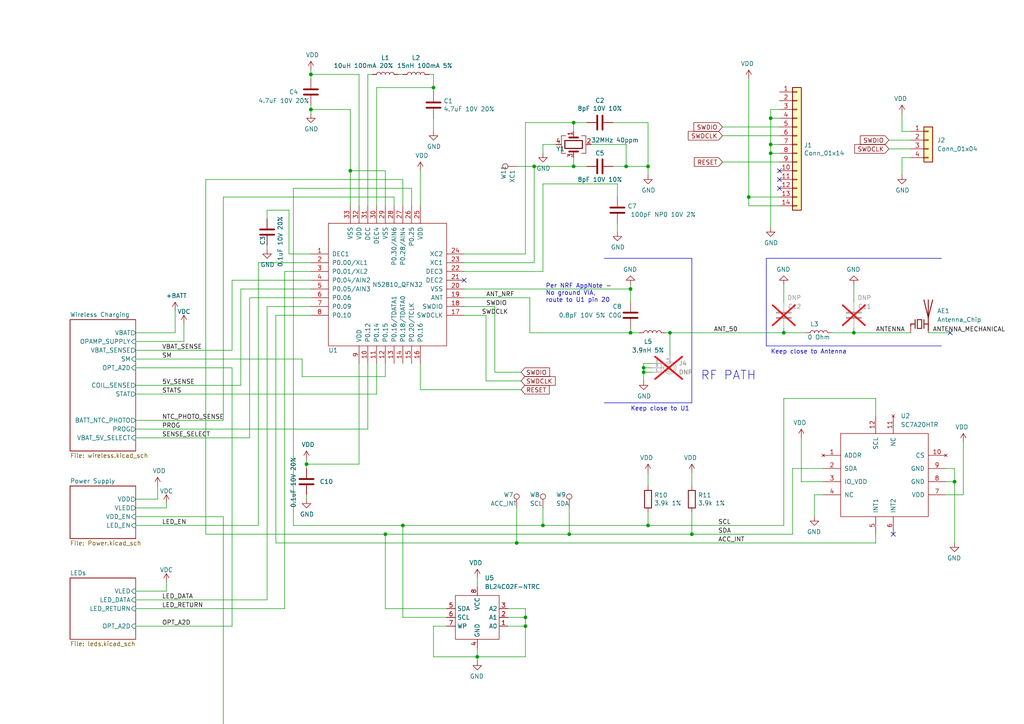
<source format=kicad_sch>
(kicad_sch (version 20250114) (generator "eeschema") (generator_version "9.0")
  (paper "A4")
  (title_block (title "Pixels D20 Schematic, Main") (date "2022-08-26") (rev "13") (company "Systemic Games, LLC") (comment 1 "Main MCU, Accelerometer and Radio"))
  (lib_symbols
    (symbol "Connector_Generic:Conn_01x04" (pin_names (offset 1.016) (hide yes))
      (property "Reference" "J" (at 0 5.08 0))
      (property "Value" "Conn_01x04" (at 0 -7.62 0))
      (symbol "Conn_01x04_1_1"
        (rectangle (start -1.27 3.81) (end 1.27 -6.35) (stroke (width 0.254)) (fill (type background)))
        (rectangle (start -1.27 2.667) (end 0 2.413) (stroke (width 0.1524)))
        (rectangle (start -1.27 0.127) (end 0 -0.127) (stroke (width 0.1524)))
        (rectangle (start -1.27 -2.413) (end 0 -2.667) (stroke (width 0.1524)))
        (rectangle (start -1.27 -4.953) (end 0 -5.207) (stroke (width 0.1524)))
        (pin passive line (at -5.08 2.54 0) (length 3.81) (name "Pin_1") (number "1"))
        (pin passive line (at -5.08 0 0) (length 3.81) (name "Pin_2") (number "2"))
        (pin passive line (at -5.08 -2.54 0) (length 3.81) (name "Pin_3") (number "3"))
        (pin passive line (at -5.08 -5.08 0) (length 3.81) (name "Pin_4") (number "4"))
      )
    )
    (symbol "Connector_Generic:Conn_01x14" (pin_names (offset 1.016) (hide yes))
      (property "Reference" "J" (at 0 17.78 0))
      (property "Value" "Conn_01x14" (at 0 -20.32 0))
      (symbol "Conn_01x14_1_1"
        (rectangle (start -1.27 16.51) (end 1.27 -19.05) (stroke (width 0.254)) (fill (type background)))
        (rectangle (start -1.27 15.367) (end 0 15.113) (stroke (width 0.1524)))
        (rectangle (start -1.27 12.827) (end 0 12.573) (stroke (width 0.1524)))
        (rectangle (start -1.27 10.287) (end 0 10.033) (stroke (width 0.1524)))
        (rectangle (start -1.27 7.747) (end 0 7.493) (stroke (width 0.1524)))
        (rectangle (start -1.27 5.207) (end 0 4.953) (stroke (width 0.1524)))
        (rectangle (start -1.27 2.667) (end 0 2.413) (stroke (width 0.1524)))
        (rectangle (start -1.27 0.127) (end 0 -0.127) (stroke (width 0.1524)))
        (rectangle (start -1.27 -2.413) (end 0 -2.667) (stroke (width 0.1524)))
        (rectangle (start -1.27 -4.953) (end 0 -5.207) (stroke (width 0.1524)))
        (rectangle (start -1.27 -7.493) (end 0 -7.747) (stroke (width 0.1524)))
        (rectangle (start -1.27 -10.033) (end 0 -10.287) (stroke (width 0.1524)))
        (rectangle (start -1.27 -12.573) (end 0 -12.827) (stroke (width 0.1524)))
        (rectangle (start -1.27 -15.113) (end 0 -15.367) (stroke (width 0.1524)))
        (rectangle (start -1.27 -17.653) (end 0 -17.907) (stroke (width 0.1524)))
        (pin passive line (at -5.08 15.24 0) (length 3.81) (name "Pin_1") (number "1"))
        (pin passive line (at -5.08 12.7 0) (length 3.81) (name "Pin_2") (number "2"))
        (pin passive line (at -5.08 10.16 0) (length 3.81) (name "Pin_3") (number "3"))
        (pin passive line (at -5.08 7.62 0) (length 3.81) (name "Pin_4") (number "4"))
        (pin passive line (at -5.08 5.08 0) (length 3.81) (name "Pin_5") (number "5"))
        (pin passive line (at -5.08 2.54 0) (length 3.81) (name "Pin_6") (number "6"))
        (pin passive line (at -5.08 0 0) (length 3.81) (name "Pin_7") (number "7"))
        (pin passive line (at -5.08 -2.54 0) (length 3.81) (name "Pin_8") (number "8"))
        (pin passive line (at -5.08 -5.08 0) (length 3.81) (name "Pin_9") (number "9"))
        (pin passive line (at -5.08 -7.62 0) (length 3.81) (name "Pin_10") (number "10"))
        (pin passive line (at -5.08 -10.16 0) (length 3.81) (name "Pin_11") (number "11"))
        (pin passive line (at -5.08 -12.7 0) (length 3.81) (name "Pin_12") (number "12"))
        (pin passive line (at -5.08 -15.24 0) (length 3.81) (name "Pin_13") (number "13"))
        (pin passive line (at -5.08 -17.78 0) (length 3.81) (name "Pin_14") (number "14"))
      )
    )
    (symbol "Device:Antenna_Chip" (pin_numbers (hide yes)) (pin_names (offset 1.016) (hide yes))
      (property "Reference" "AE" (at 0 5.08 0))
      (property "Value" "Antenna_Chip" (at 0 3.175 0))
      (symbol "Antenna_Chip_0_1"
        (polyline (pts (xy -2.54 0) (xy -2.54 -0.635)) (stroke (width 0.254)))
        (polyline (pts (xy -2.54 0) (xy -1.27 0)) (stroke (width 0.254)))
        (polyline (pts (xy -1.27 1.27) (xy -1.27 -1.27) (xy -1.27 0)) (stroke (width 0.254)))
        (polyline (pts (xy -0.635 1.27) (xy 0.635 1.27) (xy 0.635 -1.27) (xy -0.635 -1.27) (xy -0.635 1.27)) (stroke (width 0.254)))
        (polyline (pts (xy 1.27 1.27) (xy 1.27 -1.27)) (stroke (width 0.254)))
        (polyline (pts (xy 1.27 0) (xy 2.54 0)) (stroke (width 0.254)))
        (polyline (pts (xy 2.54 6.985) (xy 2.54 -1.905)) (stroke (width 0.254)))
        (polyline (pts (xy 2.54 -0.635) (xy 2.54 0)))
        (polyline (pts (xy 3.81 6.985) (xy 2.54 1.905) (xy 1.27 6.985)) (stroke (width 0.254)))
      )
      (symbol "Antenna_Chip_1_1"
        (pin input line (at -2.54 -2.54 90) (length 2.54) (name "FEED") (number "1"))
        (pin passive line (at 2.54 -2.54 90) (length 2.54) (name "PCB_Trace") (number "2"))
      )
    )
    (symbol "Device:C" (pin_numbers (hide yes)) (pin_names (offset 0.254))
      (property "Reference" "C" (at 0.635 2.54 0))
      (property "Value" "C" (at 0.635 -2.54 0))
      (symbol "C_0_1"
        (polyline (pts (xy -2.032 0.762) (xy 2.032 0.762)) (stroke (width 0.508)))
        (polyline (pts (xy -2.032 -0.762) (xy 2.032 -0.762)) (stroke (width 0.508)))
      )
      (symbol "C_1_1"
        (pin passive line (at 0 3.81 270) (length 2.794) (name "~") (number "1"))
        (pin passive line (at 0 -3.81 90) (length 2.794) (name "~") (number "2"))
      )
    )
    (symbol "Device:Crystal_GND24" (pin_names (offset 1.016) (hide yes))
      (property "Reference" "Y" (at 3.175 5.08 0))
      (property "Value" "Crystal_GND24" (at 3.175 3.175 0))
      (symbol "Crystal_GND24_0_1"
        (polyline (pts (xy -2.54 2.286) (xy -2.54 3.556) (xy 2.54 3.556) (xy 2.54 2.286)))
        (polyline (pts (xy -2.54 0) (xy -2.032 0)))
        (polyline (pts (xy -2.54 -2.286) (xy -2.54 -3.556) (xy 2.54 -3.556) (xy 2.54 -2.286)))
        (polyline (pts (xy -2.032 -1.27) (xy -2.032 1.27)) (stroke (width 0.508)))
        (rectangle (start -1.143 2.54) (end 1.143 -2.54) (stroke (width 0.3048)))
        (polyline (pts (xy 0 3.556) (xy 0 3.81)))
        (polyline (pts (xy 0 -3.81) (xy 0 -3.556)))
        (polyline (pts (xy 2.032 0) (xy 2.54 0)))
        (polyline (pts (xy 2.032 -1.27) (xy 2.032 1.27)) (stroke (width 0.508)))
      )
      (symbol "Crystal_GND24_1_1"
        (pin passive line (at -3.81 0 0) (length 1.27) (name "1") (number "1"))
        (pin passive line (at 0 5.08 270) (length 1.27) (name "2") (number "2"))
        (pin passive line (at 0 -5.08 90) (length 1.27) (name "4") (number "4"))
        (pin passive line (at 3.81 0 180) (length 1.27) (name "3") (number "3"))
      )
    )
    (symbol "Device:L" (pin_numbers (hide yes)) (pin_names (offset 1.016) (hide yes))
      (property "Reference" "L" (at -1.27 0 90))
      (property "Value" "L" (at 1.905 0 90))
      (symbol "L_0_1"
        (arc (start 0 2.54) (mid 0.6323 1.905) (end 0 1.27))
        (arc (start 0 1.27) (mid 0.6323 0.635) (end 0 0))
        (arc (start 0 0) (mid 0.6323 -0.635) (end 0 -1.27))
        (arc (start 0 -1.27) (mid 0.6323 -1.905) (end 0 -2.54))
      )
      (symbol "L_1_1"
        (pin passive line (at 0 3.81 270) (length 1.27) (name "1") (number "1"))
        (pin passive line (at 0 -3.81 90) (length 1.27) (name "2") (number "2"))
      )
    )
    (symbol "Device:R" (pin_numbers (hide yes)) (pin_names (offset 0))
      (property "Reference" "R" (at 2.032 0 90))
      (property "Value" "R" (at 0 0 90))
      (symbol "R_0_1"
        (rectangle (start -1.016 -2.54) (end 1.016 2.54) (stroke (width 0.254)))
      )
      (symbol "R_1_1"
        (pin passive line (at 0 3.81 270) (length 1.27) (name "~") (number "1"))
        (pin passive line (at 0 -3.81 90) (length 1.27) (name "~") (number "2"))
      )
    )
    (symbol "Pixels-dice:BL24C02F-NTRC"
      (property "Reference" "U" (at 2.286 -11.176 0))
      (property "Value" "BL24C02F-NTRC" (at 9.398 -9.144 0))
      (symbol "BL24C02F-NTRC_0_1"
        (rectangle (start -6.35 6.35) (end 6.35 -6.35))
      )
      (symbol "BL24C02F-NTRC_1_1"
        (pin bidirectional line (at -8.89 2.54 0) (length 2.54) (name "SDA") (number "5"))
        (pin input line (at -8.89 0 0) (length 2.54) (name "SCL") (number "6"))
        (pin input line (at -8.89 -2.54 0) (length 2.54) (name "WP") (number "7"))
        (pin power_in line (at 0 8.89 270) (length 2.54) (name "VCC") (number "8"))
        (pin power_in line (at 0 -8.89 90) (length 2.54) (name "GND") (number "4"))
        (pin input line (at 8.89 2.54 180) (length 2.54) (name "A2") (number "3"))
        (pin input line (at 8.89 0 180) (length 2.54) (name "A1") (number "2"))
        (pin input line (at 8.89 -2.54 180) (length 2.54) (name "A0") (number "1"))
      )
    )
    (symbol "Pixels-dice:N52810_QFN32" (pin_names (offset 1.016))
      (property "Reference" "U" (at 13.97 -19.05 0))
      (property "Value" "N52810_QFN32" (at 2.54 0 0))
      (symbol "N52810_QFN32_0_1"
        (rectangle (start -17.78 17.78) (end 16.51 -17.78))
      )
      (symbol "N52810_QFN32_1_1"
        (pin power_out line (at -22.86 8.89 0) (length 5.08) (name "DEC1") (number "1"))
        (pin bidirectional line (at -22.86 6.35 0) (length 5.08) (name "P0.00/XL1") (number "2"))
        (pin bidirectional line (at -22.86 3.81 0) (length 5.08) (name "P0.01/XL2") (number "3"))
        (pin bidirectional line (at -22.86 1.27 0) (length 5.08) (name "P0.04/AIN2") (number "4"))
        (pin bidirectional line (at -22.86 -1.27 0) (length 5.08) (name "P0.05/AIN3") (number "5"))
        (pin bidirectional line (at -22.86 -3.81 0) (length 5.08) (name "P0.06") (number "6"))
        (pin bidirectional line (at -22.86 -6.35 0) (length 5.08) (name "P0.09") (number "7"))
        (pin bidirectional line (at -22.86 -8.89 0) (length 5.08) (name "P0.10") (number "8"))
        (pin power_in line (at -11.43 22.86 270) (length 5.08) (name "VSS") (number "33"))
        (pin power_in line (at -8.89 22.86 270) (length 5.08) (name "VDD") (number "32"))
        (pin power_in line (at -8.89 -22.86 90) (length 5.08) (name "VDD") (number "9"))
        (pin output line (at -6.35 22.86 270) (length 5.08) (name "DCC") (number "31"))
        (pin bidirectional line (at -6.35 -22.86 90) (length 5.08) (name "P0.12") (number "10"))
        (pin output line (at -3.81 22.86 270) (length 5.08) (name "DEC4") (number "30"))
        (pin bidirectional line (at -3.81 -22.86 90) (length 5.08) (name "P0.14") (number "11"))
        (pin power_in line (at -1.27 22.86 270) (length 5.08) (name "VSS") (number "29"))
        (pin bidirectional line (at -1.27 -22.86 90) (length 5.08) (name "P0.15") (number "12"))
        (pin bidirectional line (at 1.27 22.86 270) (length 5.08) (name "P0.30/AIN6") (number "28"))
        (pin bidirectional line (at 1.27 -22.86 90) (length 5.08) (name "P0.16/TDATA1") (number "13"))
        (pin bidirectional line (at 3.81 22.86 270) (length 5.08) (name "P0.28/AIN4") (number "27"))
        (pin bidirectional line (at 3.81 -22.86 90) (length 5.08) (name "P0.18/TDATA0") (number "14"))
        (pin bidirectional line (at 6.35 22.86 270) (length 5.08) (name "P0.25") (number "26"))
        (pin bidirectional line (at 6.35 -22.86 90) (length 5.08) (name "P0.20/TCLK") (number "15"))
        (pin power_in line (at 8.89 22.86 270) (length 5.08) (name "VDD") (number "25"))
        (pin bidirectional line (at 8.89 -22.86 90) (length 5.08) (name "P0.16") (number "16"))
        (pin input line (at 21.59 8.89 180) (length 5.08) (name "XC2") (number "24"))
        (pin output line (at 21.59 6.35 180) (length 5.08) (name "XC1") (number "23"))
        (pin output line (at 21.59 3.81 180) (length 5.08) (name "DEC3") (number "22"))
        (pin output line (at 21.59 1.27 180) (length 5.08) (name "DEC2") (number "21"))
        (pin output line (at 21.59 -1.27 180) (length 5.08) (name "VSS") (number "20"))
        (pin output line (at 21.59 -3.81 180) (length 5.08) (name "ANT") (number "19"))
        (pin bidirectional line (at 21.59 -6.35 180) (length 5.08) (name "SWDIO") (number "18"))
        (pin bidirectional line (at 21.59 -8.89 180) (length 5.08) (name "SWDCLK") (number "17"))
      )
    )
    (symbol "Pixels-dice:SC7A20HTR" (pin_names (offset 1.016))
      (property "Reference" "U" (at 10.16 -12.7 0))
      (property "Value" "SC7A20HTR" (at 8.89 13.97 0))
      (symbol "SC7A20HTR_0_1"
        (rectangle (start -12.7 12.7) (end 12.7 -11.43))
      )
      (symbol "SC7A20HTR_1_1"
        (pin no_connect line (at -17.78 6.35 0) (length 5.08) (name "ADDR") (number "1"))
        (pin bidirectional line (at -17.78 2.54 0) (length 5.08) (name "SDA") (number "2"))
        (pin power_in line (at -17.78 -1.27 0) (length 5.08) (name "IO_VDD") (number "3"))
        (pin input line (at -17.78 -5.08 0) (length 5.08) (name "NC") (number "4"))
        (pin input line (at -2.54 17.78 270) (length 5.08) (name "SCL") (number "12"))
        (pin output line (at -2.54 -16.51 90) (length 5.08) (name "INT1") (number "5"))
        (pin no_connect line (at 2.54 17.78 270) (length 5.08) (name "NC") (number "11"))
        (pin output line (at 2.54 -16.51 90) (length 5.08) (name "INT2") (number "6"))
        (pin no_connect line (at 17.78 6.35 180) (length 5.08) (name "CS") (number "10"))
        (pin power_in line (at 17.78 2.54 180) (length 5.08) (name "GND") (number "9"))
        (pin power_in line (at 17.78 -1.27 180) (length 5.08) (name "GND") (number "8"))
        (pin power_in line (at 17.78 -5.08 180) (length 5.08) (name "VDD") (number "7"))
      )
    )
    (symbol "Pixels-dice:SL1605"
      (property "Reference" "U" (at 4.064 -5.08 0))
      (property "Value" "SL1605" (at 0 5.588 0))
      (symbol "SL1605_0_1"
        (rectangle (start -6.35 3.81) (end 6.35 -3.81))
      )
      (symbol "SL1605_1_1"
        (pin power_in line (at -8.89 2.54 0) (length 2.54) (name "VDD") (number "4"))
        (pin power_in line (at -8.89 -2.54 0) (length 2.54) (name "GND") (number "2"))
        (pin output line (at 8.89 0 180) (length 2.54) (name "OUT") (number "5"))
      )
    )
    (symbol "Pixels-dice:TEST_1P-conn" (pin_numbers (hide yes)) (pin_names (offset 0.762) (hide yes))
      (property "Reference" "W" (at 0 6.858 0))
      (property "Value" "TEST_1P-conn" (at 0 5.08 0))
      (symbol "TEST_1P-conn_0_1"
        (circle (center 0 3.302) (radius 0.762))
      )
      (symbol "TEST_1P-conn_1_1"
        (pin passive line (at 0 0 90) (length 2.54) (name "1") (number "1"))
      )
    )
    (symbol "Pixels-dice:W.FL"
      (property "Reference" "J" (at 3.81 -1.27 0))
      (property "Value" "W.FL" (at 4.445 1.27 0))
      (symbol "W.FL_0_1"
        (polyline (pts (xy -1.27 -2.54) (xy 1.27 -2.54)))
        (circle (center 0 0) (radius 1.27))
        (circle (center 0 0) (radius 1.7961))
        (polyline (pts (xy 0 -2.54) (xy 0 -1.905)))
      )
      (symbol "W.FL_1_1"
        (pin passive line (at -3.81 0 0) (length 2.54) (name "RF") (number "4"))
        (pin passive line (at -1.27 -5.08 90) (length 2.54) (name "") (number "2"))
        (pin passive line (at 0 -5.08 90) (length 2.54) (name "") (number "3"))
        (pin passive line (at 1.27 -5.08 90) (length 2.54) (name "") (number "1"))
      )
    )
    (symbol "power:+BATT" (power) (pin_names (offset 0))
      (property "Value" "+BATT" (at 0 3.556 0))
      (symbol "+BATT_0_1"
        (polyline (pts (xy -0.762 1.27) (xy 0 2.54)))
        (polyline (pts (xy 0 2.54) (xy 0.762 1.27)))
        (polyline (pts (xy 0 0) (xy 0 2.54)))
      )
      (symbol "+BATT_1_1"
        (pin power_in line (at 0 0 90) (length 0) (hide yes) (name "+BATT") (number "1"))
      )
    )
    (symbol "power:GND" (power) (pin_names (offset 0))
      (property "Value" "GND" (at 0 -3.81 0))
      (symbol "GND_0_1"
        (polyline (pts (xy 0 0) (xy 0 -1.27) (xy 1.27 -1.27) (xy 0 -2.54) (xy -1.27 -1.27) (xy 0 -1.27)))
      )
      (symbol "GND_1_1"
        (pin power_in line (at 0 0 270) (length 0) (hide yes) (name "GND") (number "1"))
      )
    )
    (symbol "power:VDC" (power) (pin_names (offset 0))
      (property "Value" "VDC" (at 0 6.35 0))
      (symbol "VDC_0_1"
        (polyline (pts (xy -0.762 1.27) (xy 0 2.54)))
        (polyline (pts (xy 0 2.54) (xy 0.762 1.27)))
        (polyline (pts (xy 0 0) (xy 0 2.54)))
      )
      (symbol "VDC_1_1"
        (pin power_in line (at 0 0 90) (length 0) (hide yes) (name "VDC") (number "1"))
      )
    )
    (symbol "power:VDD" (power) (pin_names (offset 0))
      (property "Value" "VDD" (at 0 3.81 0))
      (symbol "VDD_0_1"
        (polyline (pts (xy -0.762 1.27) (xy 0 2.54)))
        (polyline (pts (xy 0 2.54) (xy 0.762 1.27)))
        (polyline (pts (xy 0 0) (xy 0 2.54)))
      )
      (symbol "VDD_1_1"
        (pin power_in line (at 0 0 90) (length 0) (hide yes) (name "VDD") (number "1"))
      )
    )
  )
  (text "Per NRF AppNote -\nNo ground VIA,\nroute to U1 pin 20" (at 158.242 87.884 0) (effects (font (size 1.27 1.27)) (justify left bottom)))
  (text "RF PATH" (at 203.2 110.49 0) (effects (font (size 2.54 2.54)) (justify left bottom)))
  (text "Keep close to Antenna" (at 223.52 102.87 0) (effects (font (size 1.27 1.27)) (justify left bottom)))
  (text "Keep close to U1" (at 182.88 119.38 0) (effects (font (size 1.27 1.27)) (justify left bottom)))
  (junction (at 138.43 190.5))
  (junction (at 101.6 49.53))
  (junction (at 181.61 48.26))
  (junction (at 116.84 152.4))
  (junction (at 194.31 96.52))
  (junction (at 187.96 152.4))
  (junction (at 166.37 48.26))
  (junction (at 223.52 41.91))
  (junction (at 149.86 157.48))
  (junction (at 165.1 154.94))
  (junction (at 200.66 154.94))
  (junction (at 182.88 96.52))
  (junction (at 227.33 96.52))
  (junction (at 125.73 25.4))
  (junction (at 182.88 83.82))
  (junction (at 152.4 181.61))
  (junction (at 90.17 21.59))
  (junction (at 223.52 34.29))
  (junction (at 88.9 134.62))
  (junction (at 247.65 96.52))
  (junction (at 187.96 48.26))
  (junction (at 217.17 57.15))
  (junction (at 157.48 152.4))
  (junction (at 90.17 31.75))
  (junction (at 152.4 179.07))
  (junction (at 223.52 44.45))
  (junction (at 186.69 107.95))
  (junction (at 276.86 139.7))
  (junction (at 154.94 48.26))
  (junction (at 166.37 35.56))
  (junction (at 111.76 154.94))
  (junction (at 186.69 106.68))
  (no_connect (at 275.59 96.52))
  (no_connect (at 226.06 49.53))
  (no_connect (at 259.08 154.94))
  (no_connect (at 226.06 52.07))
  (no_connect (at 134.62 81.28))
  (no_connect (at 226.06 54.61))
  (wire (pts (xy 101.6 31.75) (xy 90.17 31.75)))
  (wire (pts (xy 101.6 59.69) (xy 101.6 49.53)))
  (wire (pts (xy 125.73 190.5) (xy 138.43 190.5)))
  (wire (pts (xy 209.55 46.99) (xy 226.06 46.99)))
  (wire (pts (xy 149.86 147.32) (xy 149.86 157.48)))
  (wire (pts (xy 181.61 41.91) (xy 181.61 48.26)))
  (wire (pts (xy 149.86 48.26) (xy 154.94 48.26)))
  (wire (pts (xy 154.94 76.2) (xy 154.94 48.26)))
  (wire (pts (xy 90.17 20.32) (xy 90.17 21.59)))
  (wire (pts (xy 67.31 106.68) (xy 67.31 181.61)))
  (wire (pts (xy 48.26 146.05) (xy 48.26 147.32)))
  (wire (pts (xy 85.09 54.61) (xy 85.09 152.4)))
  (wire (pts (xy 152.4 181.61) (xy 152.4 190.5)))
  (wire (pts (xy 67.31 181.61) (xy 39.37 181.61)))
  (wire (pts (xy 59.69 52.07) (xy 59.69 154.94)))
  (wire (pts (xy 177.8 48.26) (xy 181.61 48.26)))
  (wire (pts (xy 140.97 110.49) (xy 151.13 110.49)))
  (wire (pts (xy 39.37 104.14) (xy 87.63 104.14)))
  (wire (pts (xy 111.76 109.22) (xy 111.76 105.41)))
  (wire (pts (xy 223.52 31.75) (xy 223.52 34.29)))
  (polyline (pts (xy 222.25 74.93) (xy 222.25 100.33)))
  (wire (pts (xy 134.62 73.66) (xy 152.4 73.66)))
  (wire (pts (xy 187.96 35.56) (xy 187.96 48.26)))
  (wire (pts (xy 39.37 173.99) (xy 77.47 173.99)))
  (wire (pts (xy 166.37 35.56) (xy 170.18 35.56)))
  (wire (pts (xy 217.17 57.15) (xy 217.17 59.69)))
  (wire (pts (xy 189.23 106.68) (xy 186.69 106.68)))
  (wire (pts (xy 226.06 57.15) (xy 217.17 57.15)))
  (wire (pts (xy 39.37 114.3) (xy 109.22 114.3)))
  (polyline (pts (xy 222.25 100.33) (xy 273.05 100.33)))
  (wire (pts (xy 134.62 86.36) (xy 153.67 86.36)))
  (wire (pts (xy 116.84 59.69) (xy 116.84 52.07)))
  (wire (pts (xy 39.37 147.32) (xy 48.26 147.32)))
  (wire (pts (xy 152.4 179.07) (xy 152.4 181.61)))
  (wire (pts (xy 116.84 152.4) (xy 116.84 179.07)))
  (wire (pts (xy 186.69 105.41) (xy 186.69 106.68)))
  (wire (pts (xy 226.06 44.45) (xy 223.52 44.45)))
  (wire (pts (xy 125.73 34.29) (xy 125.73 38.1)))
  (wire (pts (xy 39.37 111.76) (xy 69.85 111.76)))
  (wire (pts (xy 107.95 21.59) (xy 106.68 21.59)))
  (wire (pts (xy 39.37 171.45) (xy 48.26 171.45)))
  (wire (pts (xy 88.9 134.62) (xy 88.9 135.89)))
  (wire (pts (xy 182.88 95.25) (xy 182.88 96.52)))
  (wire (pts (xy 134.62 83.82) (xy 182.88 83.82)))
  (wire (pts (xy 88.9 134.62) (xy 104.14 134.62)))
  (wire (pts (xy 149.86 157.48) (xy 254 157.48)))
  (wire (pts (xy 121.92 113.03) (xy 151.13 113.03)))
  (wire (pts (xy 39.37 127) (xy 72.39 127)))
  (wire (pts (xy 39.37 149.86) (xy 64.77 149.86)))
  (wire (pts (xy 152.4 73.66) (xy 152.4 35.56)))
  (wire (pts (xy 53.34 93.98) (xy 53.34 99.06)))
  (wire (pts (xy 72.39 86.36) (xy 90.17 86.36)))
  (wire (pts (xy 134.62 88.9) (xy 143.51 88.9)))
  (wire (pts (xy 226.06 34.29) (xy 223.52 34.29)))
  (wire (pts (xy 153.67 96.52) (xy 182.88 96.52)))
  (wire (pts (xy 39.37 106.68) (xy 67.31 106.68)))
  (wire (pts (xy 254 115.57) (xy 227.33 115.57)))
  (wire (pts (xy 88.9 134.62) (xy 88.9 133.35)))
  (wire (pts (xy 189.23 107.95) (xy 186.69 107.95)))
  (wire (pts (xy 143.51 107.95) (xy 151.13 107.95)))
  (wire (pts (xy 254 120.65) (xy 254 115.57)))
  (wire (pts (xy 147.32 176.53) (xy 152.4 176.53)))
  (wire (pts (xy 161.29 41.91) (xy 157.48 41.91)))
  (wire (pts (xy 257.81 43.18) (xy 264.16 43.18)))
  (wire (pts (xy 90.17 21.59) (xy 90.17 22.86)))
  (wire (pts (xy 40.64 227.33) (xy 64.77 227.33)))
  (wire (pts (xy 67.31 81.28) (xy 67.31 101.6)))
  (wire (pts (xy 236.22 143.51) (xy 236.22 149.86)))
  (wire (pts (xy 121.92 49.53) (xy 121.92 59.69)))
  (wire (pts (xy 125.73 25.4) (xy 125.73 26.67)))
  (wire (pts (xy 45.72 144.78) (xy 45.72 140.97)))
  (wire (pts (xy 186.69 106.68) (xy 186.69 107.95)))
  (wire (pts (xy 274.32 139.7) (xy 276.86 139.7)))
  (wire (pts (xy 194.31 96.52) (xy 194.31 102.87)))
  (wire (pts (xy 209.55 39.37) (xy 226.06 39.37)))
  (wire (pts (xy 59.69 154.94) (xy 111.76 154.94)))
  (wire (pts (xy 152.4 190.5) (xy 138.43 190.5)))
  (wire (pts (xy 125.73 181.61) (xy 125.73 190.5)))
  (wire (pts (xy 124.46 21.59) (xy 125.73 21.59)))
  (wire (pts (xy 125.73 25.4) (xy 109.22 25.4)))
  (wire (pts (xy 165.1 154.94) (xy 200.66 154.94)))
  (wire (pts (xy 72.39 127) (xy 72.39 86.36)))
  (wire (pts (xy 193.04 96.52) (xy 194.31 96.52)))
  (wire (pts (xy 177.8 35.56) (xy 187.96 35.56)))
  (wire (pts (xy 200.66 148.59) (xy 200.66 154.94)))
  (wire (pts (xy 19.05 220.98) (xy 19.05 224.79)))
  (wire (pts (xy 39.37 124.46) (xy 106.68 124.46)))
  (wire (pts (xy 82.55 78.74) (xy 82.55 176.53)))
  (polyline (pts (xy 175.26 116.84) (xy 200.66 116.84)))
  (wire (pts (xy 134.62 78.74) (xy 157.48 78.74)))
  (wire (pts (xy 152.4 176.53) (xy 152.4 179.07)))
  (wire (pts (xy 279.4 143.51) (xy 274.32 143.51)))
  (wire (pts (xy 154.94 48.26) (xy 166.37 48.26)))
  (wire (pts (xy 90.17 91.44) (xy 80.01 91.44)))
  (wire (pts (xy 247.65 82.55) (xy 247.65 87.63)))
  (wire (pts (xy 39.37 99.06) (xy 53.34 99.06)))
  (wire (pts (xy 187.96 148.59) (xy 187.96 152.4)))
  (wire (pts (xy 147.32 181.61) (xy 152.4 181.61)))
  (wire (pts (xy 209.55 36.83) (xy 226.06 36.83)))
  (wire (pts (xy 227.33 96.52) (xy 233.68 96.52)))
  (wire (pts (xy 64.77 149.86) (xy 64.77 227.33)))
  (wire (pts (xy 194.31 96.52) (xy 227.33 96.52)))
  (wire (pts (xy 238.76 135.89) (xy 229.87 135.89)))
  (wire (pts (xy 254 154.94) (xy 254 157.48)))
  (wire (pts (xy 138.43 167.64) (xy 138.43 170.18)))
  (polyline (pts (xy 200.66 74.93) (xy 200.66 116.84)))
  (wire (pts (xy 166.37 48.26) (xy 170.18 48.26)))
  (wire (pts (xy 182.88 82.55) (xy 182.88 83.82)))
  (wire (pts (xy 22.86 229.87) (xy 19.05 229.87)))
  (wire (pts (xy 179.07 53.34) (xy 179.07 57.15)))
  (wire (pts (xy 261.62 33.02) (xy 261.62 38.1)))
  (wire (pts (xy 88.9 143.51) (xy 88.9 144.78)))
  (wire (pts (xy 119.38 54.61) (xy 119.38 59.69)))
  (wire (pts (xy 90.17 31.75) (xy 90.17 33.02)))
  (wire (pts (xy 69.85 83.82) (xy 90.17 83.82)))
  (wire (pts (xy 200.66 137.16) (xy 200.66 140.97)))
  (wire (pts (xy 157.48 152.4) (xy 187.96 152.4)))
  (wire (pts (xy 138.43 190.5) (xy 138.43 191.77)))
  (wire (pts (xy 134.62 76.2) (xy 154.94 76.2)))
  (wire (pts (xy 64.77 57.15) (xy 64.77 121.92)))
  (wire (pts (xy 152.4 35.56) (xy 166.37 35.56)))
  (wire (pts (xy 69.85 83.82) (xy 69.85 111.76)))
  (wire (pts (xy 39.37 144.78) (xy 45.72 144.78)))
  (wire (pts (xy 19.05 229.87) (xy 19.05 232.41)))
  (wire (pts (xy 186.69 107.95) (xy 186.69 110.49)))
  (wire (pts (xy 90.17 76.2) (xy 74.93 76.2)))
  (wire (pts (xy 39.37 121.92) (xy 64.77 121.92)))
  (wire (pts (xy 125.73 21.59) (xy 125.73 25.4)))
  (wire (pts (xy 200.66 154.94) (xy 229.87 154.94)))
  (wire (pts (xy 241.3 96.52) (xy 247.65 96.52)))
  (wire (pts (xy 238.76 143.51) (xy 236.22 143.51)))
  (wire (pts (xy 217.17 22.86) (xy 217.17 57.15)))
  (wire (pts (xy 80.01 91.44) (xy 80.01 157.48)))
  (wire (pts (xy 238.76 139.7) (xy 232.41 139.7)))
  (wire (pts (xy 116.84 52.07) (xy 59.69 52.07)))
  (wire (pts (xy 77.47 88.9) (xy 77.47 173.99)))
  (wire (pts (xy 276.86 139.7) (xy 276.86 157.48)))
  (wire (pts (xy 90.17 73.66) (xy 83.82 73.66)))
  (wire (pts (xy 227.33 82.55) (xy 227.33 87.63)))
  (wire (pts (xy 232.41 127) (xy 232.41 139.7)))
  (wire (pts (xy 104.14 21.59) (xy 90.17 21.59)))
  (wire (pts (xy 261.62 38.1) (xy 264.16 38.1)))
  (wire (pts (xy 140.97 91.44) (xy 140.97 110.49)))
  (wire (pts (xy 101.6 49.53) (xy 101.6 31.75)))
  (wire (pts (xy 90.17 78.74) (xy 82.55 78.74)))
  (wire (pts (xy 223.52 44.45) (xy 223.52 66.04)))
  (wire (pts (xy 171.45 41.91) (xy 181.61 41.91)))
  (polyline (pts (xy 175.26 74.93) (xy 200.66 74.93)))
  (wire (pts (xy 229.87 135.89) (xy 229.87 154.94)))
  (wire (pts (xy 276.86 135.89) (xy 276.86 139.7)))
  (wire (pts (xy 111.76 154.94) (xy 111.76 176.53)))
  (wire (pts (xy 226.06 41.91) (xy 223.52 41.91)))
  (wire (pts (xy 121.92 113.03) (xy 121.92 105.41)))
  (wire (pts (xy 153.67 86.36) (xy 153.67 96.52)))
  (polyline (pts (xy 222.25 74.93) (xy 273.05 74.93)))
  (wire (pts (xy 134.62 91.44) (xy 140.97 91.44)))
  (wire (pts (xy 165.1 147.32) (xy 165.1 154.94)))
  (wire (pts (xy 67.31 81.28) (xy 90.17 81.28)))
  (wire (pts (xy 274.32 135.89) (xy 276.86 135.89)))
  (wire (pts (xy 90.17 88.9) (xy 77.47 88.9)))
  (wire (pts (xy 77.47 71.12) (xy 77.47 72.39)))
  (wire (pts (xy 111.76 176.53) (xy 129.54 176.53)))
  (wire (pts (xy 111.76 59.69) (xy 111.76 49.53)))
  (wire (pts (xy 106.68 21.59) (xy 106.68 59.69)))
  (wire (pts (xy 111.76 49.53) (xy 101.6 49.53)))
  (wire (pts (xy 223.52 41.91) (xy 223.52 44.45)))
  (wire (pts (xy 114.3 57.15) (xy 114.3 59.69)))
  (wire (pts (xy 138.43 187.96) (xy 138.43 190.5)))
  (wire (pts (xy 157.48 147.32) (xy 157.48 152.4)))
  (wire (pts (xy 83.82 60.96) (xy 77.47 60.96)))
  (wire (pts (xy 85.09 54.61) (xy 119.38 54.61)))
  (wire (pts (xy 39.37 176.53) (xy 82.55 176.53)))
  (wire (pts (xy 116.84 152.4) (xy 157.48 152.4)))
  (wire (pts (xy 187.96 137.16) (xy 187.96 140.97)))
  (wire (pts (xy 261.62 45.72) (xy 261.62 50.8)))
  (wire (pts (xy 143.51 88.9) (xy 143.51 107.95)))
  (wire (pts (xy 106.68 105.41) (xy 106.68 124.46)))
  (wire (pts (xy 129.54 179.07) (xy 116.84 179.07)))
  (wire (pts (xy 87.63 104.14) (xy 87.63 109.22)))
  (wire (pts (xy 90.17 30.48) (xy 90.17 31.75)))
  (wire (pts (xy 279.4 128.27) (xy 279.4 143.51)))
  (wire (pts (xy 157.48 53.34) (xy 157.48 78.74)))
  (wire (pts (xy 19.05 224.79) (xy 22.86 224.79)))
  (wire (pts (xy 109.22 25.4) (xy 109.22 59.69)))
  (wire (pts (xy 181.61 48.26) (xy 187.96 48.26)))
  (wire (pts (xy 247.65 96.52) (xy 264.16 96.52)))
  (wire (pts (xy 147.32 179.07) (xy 152.4 179.07)))
  (wire (pts (xy 39.37 152.4) (xy 74.93 152.4)))
  (wire (pts (xy 223.52 31.75) (xy 226.06 31.75)))
  (wire (pts (xy 74.93 76.2) (xy 74.93 152.4)))
  (wire (pts (xy 39.37 96.52) (xy 50.8 96.52)))
  (wire (pts (xy 187.96 152.4) (xy 227.33 152.4)))
  (wire (pts (xy 182.88 83.82) (xy 182.88 87.63)))
  (wire (pts (xy 179.07 64.77) (xy 179.07 67.31)))
  (wire (pts (xy 223.52 34.29) (xy 223.52 41.91)))
  (wire (pts (xy 157.48 41.91) (xy 157.48 44.45)))
  (wire (pts (xy 80.01 157.48) (xy 149.86 157.48)))
  (wire (pts (xy 115.57 21.59) (xy 116.84 21.59)))
  (wire (pts (xy 261.62 45.72) (xy 264.16 45.72)))
  (wire (pts (xy 187.96 48.26) (xy 187.96 50.8)))
  (wire (pts (xy 109.22 105.41) (xy 109.22 114.3)))
  (wire (pts (xy 166.37 45.72) (xy 166.37 48.26)))
  (wire (pts (xy 111.76 154.94) (xy 165.1 154.94)))
  (wire (pts (xy 166.37 38.1) (xy 166.37 35.56)))
  (wire (pts (xy 64.77 57.15) (xy 114.3 57.15)))
  (wire (pts (xy 179.07 53.34) (xy 157.48 53.34)))
  (wire (pts (xy 247.65 95.25) (xy 247.65 96.52)))
  (wire (pts (xy 269.24 96.52) (xy 275.59 96.52)))
  (wire (pts (xy 83.82 60.96) (xy 83.82 73.66)))
  (wire (pts (xy 182.88 96.52) (xy 185.42 96.52)))
  (wire (pts (xy 77.47 60.96) (xy 77.47 63.5)))
  (wire (pts (xy 48.26 168.91) (xy 48.26 171.45)))
  (wire (pts (xy 104.14 21.59) (xy 104.14 59.69)))
  (wire (pts (xy 85.09 152.4) (xy 116.84 152.4)))
  (wire (pts (xy 129.54 181.61) (xy 125.73 181.61)))
  (wire (pts (xy 227.33 115.57) (xy 227.33 152.4)))
  (wire (pts (xy 189.23 105.41) (xy 186.69 105.41)))
  (wire (pts (xy 217.17 59.69) (xy 226.06 59.69)))
  (wire (pts (xy 104.14 105.41) (xy 104.14 134.62)))
  (wire (pts (xy 50.8 90.17) (xy 50.8 96.52)))
  (wire (pts (xy 257.81 40.64) (xy 264.16 40.64)))
  (wire (pts (xy 227.33 95.25) (xy 227.33 96.52)))
  (wire (pts (xy 87.63 109.22) (xy 111.76 109.22)))
  (wire (pts (xy 39.37 101.6) (xy 67.31 101.6)))
  (label "ANTENNA_MECHANICAL" (at 270.51 96.52 0))
  (label "PROG" (at 46.99 124.46 0))
  (label "ACC_INT" (at 208.28 157.48 0))
  (label "ANT_50" (at 207.01 96.52 0))
  (label "SWDCLK" (at 139.7 91.44 0))
  (label "VBAT_SENSE" (at 46.99 101.6 0))
  (label "SENSE_SELECT" (at 46.99 127 0))
  (label "5V_SENSE" (at 46.99 111.76 0))
  (label "NTC_PHOTO_SENSE" (at 46.99 121.92 0))
  (label "ANT_NRF" (at 140.97 86.36 0))
  (label "SDA" (at 208.28 154.94 0))
  (label "SM" (at 46.99 104.14 0))
  (label "LED_EN" (at 46.99 152.4 0))
  (label "ANTENNA" (at 254 96.52 0))
  (label "SWDIO" (at 140.97 88.9 0))
  (label "MAG1_" (at 48.26 227.33 0))
  (label "LED_RETURN" (at 46.99 176.53 0))
  (label "LED_DATA" (at 46.99 173.99 0))
  (label "SCL" (at 208.28 152.4 0))
  (label "OPT_A2D" (at 46.99 181.61 0))
  (label "STATS" (at 46.99 114.3 0))
  (global_label "SWDCLK" (shape input) (at 257.81 43.18 180) (property "Intersheetrefs" "${INTERSHEET_REFS}" (effects (hide yes))))
  (global_label "SWDIO" (shape input) (at 151.13 107.95 0) (property "Intersheetrefs" "${INTERSHEET_REFS}" (effects (hide yes))))
  (global_label "SWDCLK" (shape input) (at 209.55 39.37 180) (property "Intersheetrefs" "${INTERSHEET_REFS}" (effects (hide yes))))
  (global_label "RESET" (shape input) (at 209.55 46.99 180) (property "Intersheetrefs" "${INTERSHEET_REFS}" (effects (hide yes))))
  (global_label "SWDCLK" (shape input) (at 151.13 110.49 0) (property "Intersheetrefs" "${INTERSHEET_REFS}" (effects (hide yes))))
  (global_label "RESET" (shape input) (at 151.13 113.03 0) (property "Intersheetrefs" "${INTERSHEET_REFS}" (effects (hide yes))))
  (global_label "SWDIO" (shape input) (at 209.55 36.83 180) (property "Intersheetrefs" "${INTERSHEET_REFS}" (effects (hide yes))))
  (global_label "SWDIO" (shape input) (at 257.81 40.64 180) (property "Intersheetrefs" "${INTERSHEET_REFS}" (effects (hide yes))))
  (symbol (lib_id "power:GND") (at 88.9 144.78 0) (unit 1)
    (property "Reference" "#PWR016" (effects (hide yes)))
    (property "Value" "GND" (at 89.027 149.1742 0))
  )
  (symbol (lib_id "power:VDD") (at 88.9 133.35 0) (unit 1)
    (property "Reference" "#PWR014" (effects (hide yes)))
    (property "Value" "VDD" (at 89.3318 128.9558 0))
  )
  (symbol (lib_id "Device:C") (at 88.9 139.7 0) (unit 1)
    (property "Reference" "C10" (at 92.71 139.7 0) (effects (justify left)))
    (property "Value" "0.1uF 10V 20%" (at 85.09 147.32 90) (effects (justify left)))
    (property "Footprint" "Capacitor_SMD:C_0201_0603Metric" (effects (hide yes)))
    (property "Generic OK" "YES" (effects (hide yes)))
    (property "Manufacturer" "HRE" (effects (hide yes)))
    (property "Part Number" "CGA0201X5R104K100ET" (effects (hide yes)))
    (property "LCSC Part #" "C6119757" (effects (hide yes)))
  )
  (symbol (lib_id "power:GND") (at 90.17 33.02 0) (unit 1)
    (property "Reference" "#PWR08" (effects (hide yes)))
    (property "Value" "GND" (at 90.297 37.4142 0))
  )
  (symbol (lib_id "power:VDD") (at 90.17 20.32 0) (unit 1)
    (property "Reference" "#PWR01" (effects (hide yes)))
    (property "Value" "VDD" (at 90.6018 15.9258 0))
  )
  (symbol (lib_id "Device:C") (at 90.17 26.67 0) (unit 1)
    (property "Reference" "C4" (at 83.82 26.67 0) (effects (justify left)))
    (property "Value" "4.7uF 10V 20%" (at 74.93 29.21 0) (effects (justify left)))
    (property "Footprint" "Pixels-dice:C_0402_1005Metric" (effects (hide yes)))
    (property "Generic OK" "YES" (effects (hide yes)))
    (property "Manufacturer" "Murata" (effects (hide yes)))
    (property "Part Number" "GRM155R61A475MEAAJ" (effects (hide yes)))
    (property "Alternate Manufacturer" "Samsung Electro-Mechanics" (effects (hide yes)))
    (property "Alternate PN" "CL05A475MP5NRNC" (effects (hide yes)))
    (property "Alternate LCSC Part #" "C23733" (effects (hide yes)))
    (property "LCSC Part #" "C1849652" (effects (hide yes)))
  )
  (symbol (lib_id "power:GND") (at 77.47 72.39 0) (unit 1)
    (property "Reference" "#PWR05" (effects (hide yes)))
    (property "Value" "GND" (at 77.597 76.7842 0))
  )
  (symbol (lib_id "Device:C") (at 77.47 67.31 0) (unit 1)
    (property "Reference" "C3" (at 76.2 71.12 90) (effects (justify left)))
    (property "Value" "0.1uF 10V 20%" (at 81.28 77.47 90) (effects (justify left)))
    (property "Footprint" "Capacitor_SMD:C_0201_0603Metric" (effects (hide yes)))
    (property "Generic OK" "YES" (effects (hide yes)))
    (property "Manufacturer" "HRE" (effects (hide yes)))
    (property "Part Number" "CGA0201X5R104K100ET" (effects (hide yes)))
    (property "LCSC Part #" "C6119757" (effects (hide yes)))
  )
  (symbol (lib_id "Device:L") (at 111.76 21.59 90) (unit 1)
    (property "Reference" "L1" (at 111.76 16.764 90))
    (property "Value" "10uH 100mA 20%" (at 105.41 19.05 90))
    (property "Footprint" "Pixels-dice:C_1.2x1.8" (effects (hide yes)))
    (property "Generic OK" "YES" (effects (hide yes)))
    (property "Manufacturer" "Sunltech Tech" (effects (hide yes)))
    (property "Part Number" "SLC1608F100KTT" (effects (hide yes)))
    (property "LCSC Part #" "C411908" (effects (hide yes)))
  )
  (symbol (lib_id "Device:L") (at 120.65 21.59 90) (unit 1)
    (property "Reference" "L2" (at 120.65 16.764 90))
    (property "Value" "15nH 100mA 5%" (at 123.19 19.05 90))
    (property "Footprint" "Inductor_SMD:L_0402_1005Metric" (effects (hide yes)))
    (property "Generic OK" "YES" (effects (hide yes)))
    (property "Manufacturer" "FH" (effects (hide yes)))
    (property "Part Number" "VHF100505H15NKT" (effects (hide yes)))
    (property "LCSC Part #" "C381880" (effects (hide yes)))
  )
  (symbol (lib_id "Device:C") (at 125.73 30.48 0) (unit 1)
    (property "Reference" "C1" (at 128.651 29.3116 0) (effects (justify left)))
    (property "Value" "4.7uF 10V 20%" (at 128.651 31.623 0) (effects (justify left)))
    (property "Footprint" "Pixels-dice:C_0402_1005Metric" (effects (hide yes)))
    (property "Generic OK" "YES" (effects (hide yes)))
    (property "Manufacturer" "Murata" (effects (hide yes)))
    (property "Part Number" "GRM155R61A475MEAAJ" (effects (hide yes)))
    (property "Alternate Manufacturer" "Samsung Electro-Mechanics" (effects (hide yes)))
    (property "Alternate PN" "CL05A475MP5NRNC" (effects (hide yes)))
    (property "Alternate LCSC Part #" "C23733" (effects (hide yes)))
    (property "LCSC Part #" "C1849652" (effects (hide yes)))
  )
  (symbol (lib_id "power:GND") (at 125.73 38.1 0) (unit 1)
    (property "Reference" "#PWR03" (effects (hide yes)))
    (property "Value" "GND" (at 125.857 42.4942 0))
  )
  (symbol (lib_id "Device:Crystal_GND24") (at 166.37 41.91 270) (unit 1)
    (property "Reference" "Y1" (at 161.29 43.18 90) (effects (justify left)))
    (property "Value" "32MHz 40ppm" (at 171.45 40.64 90) (effects (justify left)))
    (property "Footprint" "Pixels-dice:SX16Y032000B81T001" (effects (hide yes)))
    (property "Generic OK" "YES" (effects (hide yes)))
    (property "Manufacturer" "TKD" (effects (hide yes)))
    (property "Part Number" "SX16Y032000B81T001" (effects (hide yes)))
    (property "Alternate Manufacturer" "TXC Corp" (effects (hide yes)))
    (property "Alternate PN" "8Q32000002" (effects (hide yes)))
    (property "Alternate LCSC Part #" "C5203640" (effects (hide yes)))
    (property "LCSC Part #" "C20623629" (effects (hide yes)))
  )
  (symbol (lib_id "Device:C") (at 173.99 35.56 270) (unit 1)
    (property "Reference" "C2" (at 173.99 29.1592 90))
    (property "Value" "8pF 10V 10%" (at 173.99 31.4706 90))
    (property "Footprint" "Capacitor_SMD:C_0201_0603Metric" (effects (hide yes)))
    (property "Generic OK" "YES" (effects (hide yes)))
    (property "Manufacturer" "FH (Guangdong Fenghua Advanced Tech)" (effects (hide yes)))
    (property "Part Number" "0201CG8R0C500NT" (effects (hide yes)))
    (property "LCSC Part #" "C501818" (effects (hide yes)))
  )
  (symbol (lib_id "Device:C") (at 173.99 48.26 270) (unit 1)
    (property "Reference" "C5" (at 173.99 44.45 90))
    (property "Value" "8pF 10V 10%" (at 173.99 52.07 90))
    (property "Footprint" "Capacitor_SMD:C_0201_0603Metric" (effects (hide yes)))
    (property "Generic OK" "YES" (effects (hide yes)))
    (property "Manufacturer" "FH (Guangdong Fenghua Advanced Tech)" (effects (hide yes)))
    (property "Part Number" "0201CG8R0C500NT" (effects (hide yes)))
    (property "LCSC Part #" "C501818" (effects (hide yes)))
  )
  (symbol (lib_id "power:GND") (at 187.96 50.8 0) (unit 1)
    (property "Reference" "#PWR09" (effects (hide yes)))
    (property "Value" "GND" (at 188.087 55.1942 0))
  )
  (symbol (lib_id "power:GND") (at 179.07 67.31 0) (unit 1)
    (property "Reference" "#PWR011" (effects (hide yes)))
    (property "Value" "GND" (at 179.197 71.7042 0))
  )
  (symbol (lib_id "Device:C") (at 179.07 60.96 0) (unit 1)
    (property "Reference" "C7" (at 181.991 59.7916 0) (effects (justify left)))
    (property "Value" "100pF NP0 10V 2%" (at 182.88 62.23 0) (effects (justify left)))
    (property "Footprint" "Capacitor_SMD:C_0201_0603Metric" (effects (hide yes)))
    (property "Generic OK" "YES" (effects (hide yes)))
    (property "Manufacturer" "HRE" (effects (hide yes)))
    (property "Part Number" "CGA0201C0G101J500ET" (effects (hide yes)))
    (property "Alternate Manufacturer" "EYANG(Shenzhen Eyang Tech Development)" (effects (hide yes)))
    (property "Alternate PN" "C0201C0G101J500NTA" (effects (hide yes)))
    (property "Alternate LCSC Part #" "C115540" (effects (hide yes)))
    (property "LCSC Part #" "C20069263" (effects (hide yes)))
  )
  (symbol (lib_id "power:GND") (at 182.88 82.55 180) (unit 1)
    (property "Reference" "#PWR012" (effects (hide yes)))
    (property "Value" "GND" (at 182.753 78.1558 0))
  )
  (symbol (lib_id "power:GND") (at 157.48 44.45 0) (unit 1)
    (property "Reference" "#PWR06" (effects (hide yes)))
    (property "Value" "GND" (at 157.607 48.8442 0))
  )
  (symbol (lib_id "power:VDD") (at 45.72 140.97 0) (unit 1)
    (property "Reference" "#PWR021" (effects (hide yes)))
    (property "Value" "VDD" (at 46.1518 136.5758 0))
  )
  (symbol (lib_id "Pixels-dice:TEST_1P-conn") (at 149.86 147.32 0) (unit 1) (in_bom no)
    (property "Reference" "W7" (at 146.05 143.51 0) (effects (justify left)))
    (property "Value" "ACC_INT" (at 142.24 146.05 0) (effects (justify left)))
    (property "Footprint" "Pixels-dice:TEST_PIN" (effects (hide yes)))
    (property "Generic OK" "N/A" (effects (hide yes)))
  )
  (symbol (lib_id "Pixels-dice:TEST_1P-conn") (at 157.48 147.32 0) (unit 1) (in_bom no)
    (property "Reference" "W8" (at 153.67 143.51 0) (effects (justify left)))
    (property "Value" "SCL" (at 153.67 146.05 0) (effects (justify left)))
    (property "Footprint" "Pixels-dice:TEST_PIN" (effects (hide yes)))
    (property "Generic OK" "N/A" (effects (hide yes)))
  )
  (symbol (lib_id "Pixels-dice:TEST_1P-conn") (at 165.1 147.32 0) (unit 1) (in_bom no)
    (property "Reference" "W9" (at 161.29 143.51 0) (effects (justify left)))
    (property "Value" "SDA" (at 161.29 146.05 0) (effects (justify left)))
    (property "Footprint" "Pixels-dice:TEST_PIN" (effects (hide yes)))
    (property "Generic OK" "N/A" (effects (hide yes)))
  )
  (symbol (lib_id "power:GND") (at 261.62 50.8 0) (unit 1)
    (property "Reference" "#PWR024" (effects (hide yes)))
    (property "Value" "GND" (at 261.747 55.1942 0))
  )
  (symbol (lib_id "power:GND") (at 227.33 82.55 180) (unit 1)
    (property "Reference" "#PWR049" (effects (hide yes)))
    (property "Value" "GND" (at 227.203 78.1558 0))
  )
  (symbol (lib_id "power:VDD") (at 232.41 127 0) (mirror y) (unit 1)
    (property "Reference" "#PWR044" (effects (hide yes)))
    (property "Value" "VDD" (at 231.9782 122.6058 0))
  )
  (symbol (lib_id "power:VDC") (at 48.26 168.91 0) (unit 1)
    (property "Reference" "#PWR043" (effects (hide yes)))
    (property "Value" "VDC" (at 48.26 165.3055 0))
  )
  (symbol (lib_id "power:GND") (at 186.69 110.49 0) (unit 1)
    (property "Reference" "#PWR053" (effects (hide yes)))
    (property "Value" "GND" (at 186.817 114.8842 0))
  )
  (symbol (lib_id "Device:C") (at 182.88 91.44 180) (unit 1)
    (property "Reference" "C8" (at 180.34 88.9 0) (effects (justify left)))
    (property "Value" "0.8pF 10V 5% C0G" (at 180.34 91.44 0) (effects (justify left)))
    (property "Footprint" "Pixels-dice:0402_RF" (effects (hide yes)))
    (property "Generic OK" "YES" (effects (hide yes)))
    (property "Pixels Part Number" "SMD-C004" (effects (hide yes)))
    (property "Manufacturer" "Murata" (effects (hide yes)))
    (property "Manufacturer Part Number" "GJM1555C1HR80BB01" (effects (hide yes)))
  )
  (symbol (lib_id "power:VDD") (at 187.96 137.16 0) (mirror y) (unit 1)
    (property "Reference" "#PWR034" (effects (hide yes)))
    (property "Value" "VDD" (at 187.5282 132.7658 0))
  )
  (symbol (lib_id "power:VDD") (at 138.43 167.64 0) (mirror y) (unit 1)
    (property "Reference" "#PWR042" (effects (hide yes)))
    (property "Value" "VDD" (at 137.9982 163.2458 0))
  )
  (symbol (lib_id "Device:R") (at 200.66 144.78 0) (unit 1)
    (property "Reference" "R11" (at 202.438 143.6116 0) (effects (justify left)))
    (property "Value" "3.9k 1%" (at 202.438 145.923 0) (effects (justify left)))
    (property "Footprint" "Resistor_SMD:R_0201_0603Metric" (effects (hide yes)))
    (property "Generic OK" "YES" (effects (hide yes)))
    (property "Manufacturer" "UNI-ROYAL(Uniroyal Elec)" (effects (hide yes)))
    (property "Part Number" "0201WMF3651TEE" (effects (hide yes)))
    (property "Alternate Manufacturer" "UNI-ROYAL(Uniroyal Elec)" (effects (hide yes)))
    (property "LCSC Part #" "C516477" (effects (hide yes)))
  )
  (symbol (lib_id "power:GND") (at 19.05 232.41 0) (unit 1)
    (property "Reference" "#PWR045" (effects (hide yes)))
    (property "Value" "GND" (at 19.177 236.8042 0))
  )
  (symbol (lib_id "power:VDC") (at 48.26 146.05 0) (unit 1)
    (property "Reference" "#PWR019" (effects (hide yes)))
    (property "Value" "VDC" (at 48.26 142.4455 0))
  )
  (symbol (lib_id "power:VDD") (at 200.66 137.16 0) (mirror y) (unit 1)
    (property "Reference" "#PWR036" (effects (hide yes)))
    (property "Value" "VDD" (at 200.2282 132.7658 0))
  )
  (symbol (lib_id "power:VDD") (at 279.4 128.27 0) (mirror y) (unit 1)
    (property "Reference" "#PWR062" (effects (hide yes)))
    (property "Value" "VDD" (at 278.9682 123.8758 0))
  )
  (symbol (lib_id "power:VDD") (at 217.17 22.86 0) (mirror y) (unit 1)
    (property "Reference" "#PWR018" (effects (hide yes)))
    (property "Value" "VDD" (at 216.7382 18.4658 0))
  )
  (symbol (lib_id "Connector_Generic:Conn_01x14") (at 231.14 41.91 0) (unit 1) (in_bom no)
    (property "Reference" "J1" (at 233.172 42.1132 0) (effects (justify left)))
    (property "Value" "Conn_01x14" (at 233.172 44.4246 0) (effects (justify left)))
    (property "Footprint" "Pixels-dice:FPC_14" (effects (hide yes)))
    (property "Generic OK" "N/A" (effects (hide yes)))
  )
  (symbol (lib_id "Device:R") (at 187.96 144.78 0) (unit 1)
    (property "Reference" "R10" (at 189.738 143.6116 0) (effects (justify left)))
    (property "Value" "3.9k 1%" (at 189.738 145.923 0) (effects (justify left)))
    (property "Footprint" "Resistor_SMD:R_0201_0603Metric" (effects (hide yes)))
    (property "Generic OK" "YES" (effects (hide yes)))
    (property "Manufacturer" "UNI-ROYAL(Uniroyal Elec)" (effects (hide yes)))
    (property "Part Number" "0201WMF3651TEE" (effects (hide yes)))
    (property "Alternate Manufacturer" "UNI-ROYAL(Uniroyal Elec)" (effects (hide yes)))
    (property "LCSC Part #" "C516477" (effects (hide yes)))
  )
  (symbol (lib_id "power:GND") (at 236.22 149.86 0) (mirror y) (unit 1)
    (property "Reference" "#PWR075" (effects (hide yes)))
    (property "Value" "GND" (at 236.093 154.2542 0))
  )
  (symbol (lib_id "power:GND") (at 223.52 66.04 0) (unit 1)
    (property "Reference" "#PWR056" (effects (hide yes)))
    (property "Value" "GND" (at 223.647 70.4342 0))
  )
  (symbol (lib_id "Device:Antenna_Chip") (at 266.7 93.98 0) (unit 1)
    (property "Reference" "AE1" (at 271.78 90.1699 0) (effects (justify left)))
    (property "Value" "Antenna_Chip" (at 271.78 92.7099 0) (effects (justify left)))
    (property "Footprint" "Pixels-dice:CHIP_ANT" (effects (hide yes)))
    (property "Generic OK" "NO" (effects (hide yes)))
    (property "Manufacturer" "Microgate" (effects (hide yes)))
    (property "Part Number" "MGMA3216H2450-A02" (effects (hide yes)))
    (property "LCSC Part #" "C486319" (effects (hide yes)))
  )
  (symbol (lib_id "Pixels-dice:N52810_QFN32") (at 113.03 82.55 0) (unit 1)
    (property "Reference" "U1" (at 95.25 101.6 0) (effects (justify left)))
    (property "Value" "N52810_QFN32" (at 107.95 82.55 0) (effects (justify left)))
    (property "Footprint" "Pixels-dice:QFN-32-1EP_5x5mm_P0.5mm_EP3.1x3.1mm" (effects (hide yes)))
    (property "Generic OK" "NO" (effects (hide yes)))
    (property "Manufacturer" "Nordic Semiconductor" (effects (hide yes)))
    (property "Manufacturer Part Number" "NRF52810-QCAA-R" (effects (hide yes)))
    (property "Pixels Part Number" "SMD-U001" (effects (hide yes)))
  )
  (symbol (lib_id "Connector_Generic:Conn_01x04") (at 269.24 40.64 0) (unit 1) (in_bom no)
    (property "Reference" "J2" (at 271.78 40.6399 0) (effects (justify left)))
    (property "Value" "Conn_01x04" (at 271.78 43.1799 0) (effects (justify left)))
    (property "Footprint" "Pixels-dice:FPC-POGO-4" (effects (hide yes)))
    (property "Generic OK" "N/A" (effects (hide yes)))
  )
  (symbol (lib_id "power:+BATT") (at 19.05 220.98 0) (unit 1)
    (property "Reference" "#PWR017" (effects (hide yes)))
    (property "Value" "+BATT" (at 19.431 216.5858 0))
  )
  (symbol (lib_id "Device:C") (at 227.33 91.44 180) (unit 1) (dnp yes)
    (property "Reference" "C12" (at 232.41 88.9 0) (effects (justify left)))
    (property "Value" "DNP" (at 232.41 86.36 0) (effects (justify left)))
    (property "Footprint" "Pixels-dice:0402_RF" (effects (hide yes)))
    (property "Generic OK" "YES" (effects (hide yes)))
  )
  (symbol (lib_id "Device:L") (at 237.49 96.52 90) (unit 1)
    (property "Reference" "L3" (at 236.22 93.98 90))
    (property "Value" "0 Ohm" (at 237.49 97.79 90))
    (property "Footprint" "Pixels-dice:0402_RF" (effects (hide yes)))
    (property "Generic OK" "YES" (effects (hide yes)))
    (property "Manufacturer" "UNI-ROYAL(Uniroyal Elec)" (effects (hide yes)))
    (property "Part Number" "0402WGJ0000TCE" (effects (hide yes)))
    (property "LCSC Part #" "C21376" (effects (hide yes)))
  )
  (symbol (lib_id "power:VDD") (at 121.92 49.53 0) (unit 1)
    (property "Reference" "#PWR04" (effects (hide yes)))
    (property "Value" "VDD" (at 122.3518 45.1358 0))
  )
  (symbol (lib_id "Device:C") (at 247.65 91.44 180) (unit 1) (dnp yes)
    (property "Reference" "C11" (at 252.73 88.9 0) (effects (justify left)))
    (property "Value" "DNP" (at 252.73 86.36 0) (effects (justify left)))
    (property "Footprint" "Pixels-dice:0402_RF" (effects (hide yes)))
    (property "Generic OK" "YES" (effects (hide yes)))
  )
  (symbol (lib_id "Pixels-dice:BL24C02F-NTRC") (at 138.43 179.07 0) (unit 1)
    (property "Reference" "U5" (at 140.5733 167.64 0) (effects (justify left)))
    (property "Value" "BL24C02F-NTRC" (at 140.5733 170.18 0) (effects (justify left)))
    (property "Footprint" "Pixels-dice:TDFN-8-1EP_3x2mm_P0.5mm_EP1.3x1.4mm" (effects (hide yes)))
  )
  (symbol (lib_id "Pixels-dice:TEST_1P-conn") (at 149.86 48.26 90) (unit 1) (in_bom no)
    (property "Reference" "W11" (at 146.05 52.07 0) (effects (justify left)))
    (property "Value" "XC1" (at 148.59 53.086 0) (effects (justify left)))
    (property "Footprint" "Pixels-dice:TEST_PIN" (effects (hide yes)))
    (property "Generic OK" "N/A" (effects (hide yes)))
  )
  (symbol (lib_id "Pixels-dice:SL1605") (at 31.75 227.33 0) (unit 1)
    (property "Reference" "U8" (at 31.75 215.9 0))
    (property "Value" "SL1605" (at 31.75 218.44 0))
    (property "Footprint" "Package_TO_SOT_SMD:SOT-553" (effects (hide yes)))
    (property "Manufacturer" "Slkor(SLKORMICRO Elec.)" (effects (hide yes)))
    (property "Part Number" "SL1605TL" (at 31.75 220.98 0))
    (property "LCSC Part #" "C2826474" (effects (hide yes)))
  )
  (symbol (lib_id "power:GND") (at 138.43 191.77 0) (mirror y) (unit 1)
    (property "Reference" "#PWR07" (effects (hide yes)))
    (property "Value" "GND" (at 138.303 196.1642 0))
  )
  (symbol (lib_id "power:VDD") (at 261.62 33.02 0) (mirror y) (unit 1)
    (property "Reference" "#PWR030" (effects (hide yes)))
    (property "Value" "VDD" (at 261.1882 28.6258 0))
  )
  (symbol (lib_id "power:GND") (at 276.86 157.48 0) (mirror y) (unit 1)
    (property "Reference" "#PWR061" (effects (hide yes)))
    (property "Value" "GND" (at 276.733 161.8742 0))
  )
  (symbol (lib_id "power:+BATT") (at 50.8 90.17 0) (unit 1)
    (property "Reference" "#PWR0143" (effects (hide yes)))
    (property "Value" "+BATT" (at 51.181 85.7758 0))
  )
  (symbol (lib_id "Device:L") (at 189.23 96.52 90) (unit 1)
    (property "Reference" "L5" (at 187.96 99.06 90))
    (property "Value" "3.9nH 5%" (at 187.96 101.6 90))
    (property "Footprint" "Pixels-dice:0402_RF" (effects (hide yes)))
    (property "Generic OK" "YES" (effects (hide yes)))
    (property "Manufacturer" "Murata" (effects (hide yes)))
    (property "Manufacturer Part Number" "LQG15HS3N9B02D" (effects (hide yes)))
  )
  (symbol (lib_id "Pixels-dice:SC7A20HTR") (at 256.54 138.43 0) (unit 1)
    (property "Reference" "U2" (at 261.2233 120.65 0) (effects (justify left)))
    (property "Value" "SC7A20HTR" (at 261.2233 123.19 0) (effects (justify left)))
    (property "Footprint" "Package_LGA:LGA-12_2x2mm_P0.5mm" (effects (hide yes)))
    (property "LCSC Part Number" "C19274408" (effects (hide yes)))
    (property "Manufacturer" "Hangzhou Silan Microelectronics" (effects (hide yes)))
    (property "Part Number" "SC7A20HTR" (effects (hide yes)))
  )
  (symbol (lib_id "Pixels-dice:W.FL") (at 194.31 106.68 270) (unit 1) (dnp yes)
    (property "Reference" "J4" (at 196.85 105.4099 90) (effects (justify left)))
    (property "Value" "DNP" (at 196.85 107.9499 90) (effects (justify left)))
    (property "Footprint" "RFFrontEnd:MFH3.RECE.20369.001E.01" (effects (hide yes)))
    (property "Generic OK" "N/A" (effects (hide yes)))
  )
  (symbol (lib_id "power:GND") (at 247.65 82.55 180) (unit 1)
    (property "Reference" "#PWR035" (effects (hide yes)))
    (property "Value" "GND" (at 247.523 78.1558 0))
  )
  (symbol (lib_id "power:VDC") (at 53.34 93.98 0) (unit 1)
    (property "Reference" "#PWR020" (effects (hide yes)))
    (property "Value" "VDC" (at 53.34 90.3755 0))
  )
  (sheet (at 20.32 140.97) (size 19.05 15.24)
    (property "Sheetname" "Power Supply" (at 20.32 140.2584 0) (effects (justify left bottom)))
    (property "Sheetfile" "Power.kicad_sch" (at 20.32 156.7946 0) (effects (justify left top)))
    (pin "VDD" output (at 39.37 144.78 0))
    (pin "VLED" output (at 39.37 147.32 0))
    (pin "LED_EN" input (at 39.37 152.4 0))
    (pin "VDD_EN" input (at 39.37 149.86 0))
  )
  (sheet (at 20.32 167.64) (size 19.05 17.78) (stroke (width 0.1524))
    (property "Sheetname" "LEDs" (at 20.32 166.9284 0) (effects (justify left bottom)))
    (property "Sheetfile" "leds.kicad_sch" (at 20.32 186.0046 0) (effects (justify left top)))
    (pin "LED_DATA" input (at 39.37 173.99 0))
    (pin "LED_RETURN" input (at 39.37 176.53 0))
    (pin "OPT_A2D" input (at 39.37 181.61 0))
    (pin "VLED" input (at 39.37 171.45 0))
  )
  (sheet (at 20.32 92.71) (size 19.05 38.1) (stroke (width 0.1524))
    (property "Sheetname" "Wireless Charging" (at 20.32 91.9984 0) (effects (justify left bottom)))
    (property "Sheetfile" "wireless.kicad_sch" (at 20.32 131.3946 0) (effects (justify left top)))
    (pin "VBAT" output (at 39.37 96.52 0))
    (pin "STAT" output (at 39.37 114.3 0))
    (pin "PROG" output (at 39.37 124.46 0))
    (pin "VBAT_5V_SELECT" input (at 39.37 127 0))
    (pin "OPAMP_SUPPLY" input (at 39.37 99.06 0))
    (pin "BATT_NTC_PHOTO" output (at 39.37 121.92 0))
    (pin "COIL_SENSE" output (at 39.37 111.76 0))
    (pin "VBAT_SENSE" output (at 39.37 101.6 0))
    (pin "OPT_A2D" input (at 39.37 106.68 0))
    (pin "SM" input (at 39.37 104.14 0))
  )
)
</source>
